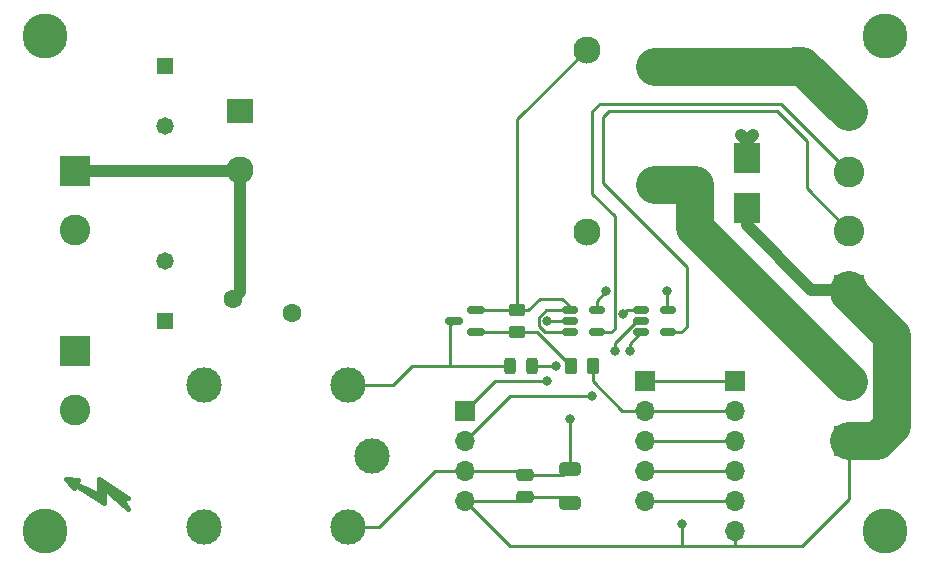
<source format=gbr>
G04 #@! TF.GenerationSoftware,KiCad,Pcbnew,5.99.0-unknown-9aa9857685~131~ubuntu21.04.1*
G04 #@! TF.CreationDate,2021-08-15T16:35:43-05:00*
G04 #@! TF.ProjectId,LED_Pro,4c45445f-5072-46f2-9e6b-696361645f70,rev?*
G04 #@! TF.SameCoordinates,Original*
G04 #@! TF.FileFunction,Copper,L1,Top*
G04 #@! TF.FilePolarity,Positive*
%FSLAX46Y46*%
G04 Gerber Fmt 4.6, Leading zero omitted, Abs format (unit mm)*
G04 Created by KiCad (PCBNEW 5.99.0-unknown-9aa9857685~131~ubuntu21.04.1) date 2021-08-15 16:35:43*
%MOMM*%
%LPD*%
G01*
G04 APERTURE LIST*
G04 Aperture macros list*
%AMRoundRect*
0 Rectangle with rounded corners*
0 $1 Rounding radius*
0 $2 $3 $4 $5 $6 $7 $8 $9 X,Y pos of 4 corners*
0 Add a 4 corners polygon primitive as box body*
4,1,4,$2,$3,$4,$5,$6,$7,$8,$9,$2,$3,0*
0 Add four circle primitives for the rounded corners*
1,1,$1+$1,$2,$3*
1,1,$1+$1,$4,$5*
1,1,$1+$1,$6,$7*
1,1,$1+$1,$8,$9*
0 Add four rect primitives between the rounded corners*
20,1,$1+$1,$2,$3,$4,$5,0*
20,1,$1+$1,$4,$5,$6,$7,0*
20,1,$1+$1,$6,$7,$8,$9,0*
20,1,$1+$1,$8,$9,$2,$3,0*%
G04 Aperture macros list end*
G04 #@! TA.AperFunction,EtchedComponent*
%ADD10C,0.381000*%
G04 #@! TD*
G04 #@! TA.AperFunction,ComponentPad*
%ADD11C,3.800000*%
G04 #@! TD*
G04 #@! TA.AperFunction,ComponentPad*
%ADD12C,3.000000*%
G04 #@! TD*
G04 #@! TA.AperFunction,SMDPad,CuDef*
%ADD13R,2.300000X2.500000*%
G04 #@! TD*
G04 #@! TA.AperFunction,ComponentPad*
%ADD14R,2.300000X2.000000*%
G04 #@! TD*
G04 #@! TA.AperFunction,ComponentPad*
%ADD15C,2.300000*%
G04 #@! TD*
G04 #@! TA.AperFunction,ComponentPad*
%ADD16C,2.780000*%
G04 #@! TD*
G04 #@! TA.AperFunction,ComponentPad*
%ADD17R,2.600000X2.600000*%
G04 #@! TD*
G04 #@! TA.AperFunction,ComponentPad*
%ADD18C,2.600000*%
G04 #@! TD*
G04 #@! TA.AperFunction,ComponentPad*
%ADD19R,1.700000X1.700000*%
G04 #@! TD*
G04 #@! TA.AperFunction,ComponentPad*
%ADD20O,1.700000X1.700000*%
G04 #@! TD*
G04 #@! TA.AperFunction,SMDPad,CuDef*
%ADD21RoundRect,0.150000X-0.512500X-0.150000X0.512500X-0.150000X0.512500X0.150000X-0.512500X0.150000X0*%
G04 #@! TD*
G04 #@! TA.AperFunction,SMDPad,CuDef*
%ADD22RoundRect,0.150000X0.587500X0.150000X-0.587500X0.150000X-0.587500X-0.150000X0.587500X-0.150000X0*%
G04 #@! TD*
G04 #@! TA.AperFunction,SMDPad,CuDef*
%ADD23RoundRect,0.250000X0.450000X-0.262500X0.450000X0.262500X-0.450000X0.262500X-0.450000X-0.262500X0*%
G04 #@! TD*
G04 #@! TA.AperFunction,SMDPad,CuDef*
%ADD24RoundRect,0.250000X0.262500X0.450000X-0.262500X0.450000X-0.262500X-0.450000X0.262500X-0.450000X0*%
G04 #@! TD*
G04 #@! TA.AperFunction,SMDPad,CuDef*
%ADD25RoundRect,0.250000X-0.475000X0.250000X-0.475000X-0.250000X0.475000X-0.250000X0.475000X0.250000X0*%
G04 #@! TD*
G04 #@! TA.AperFunction,ComponentPad*
%ADD26C,1.600000*%
G04 #@! TD*
G04 #@! TA.AperFunction,ComponentPad*
%ADD27R,1.473200X1.473200*%
G04 #@! TD*
G04 #@! TA.AperFunction,ComponentPad*
%ADD28C,1.473200*%
G04 #@! TD*
G04 #@! TA.AperFunction,SMDPad,CuDef*
%ADD29RoundRect,0.243750X0.243750X0.456250X-0.243750X0.456250X-0.243750X-0.456250X0.243750X-0.456250X0*%
G04 #@! TD*
G04 #@! TA.AperFunction,SMDPad,CuDef*
%ADD30RoundRect,0.250000X-0.650000X0.325000X-0.650000X-0.325000X0.650000X-0.325000X0.650000X0.325000X0*%
G04 #@! TD*
G04 #@! TA.AperFunction,ViaPad*
%ADD31C,0.800000*%
G04 #@! TD*
G04 #@! TA.AperFunction,Conductor*
%ADD32C,1.016000*%
G04 #@! TD*
G04 #@! TA.AperFunction,Conductor*
%ADD33C,0.254000*%
G04 #@! TD*
G04 #@! TA.AperFunction,Conductor*
%ADD34C,3.175000*%
G04 #@! TD*
G04 #@! TA.AperFunction,Conductor*
%ADD35C,0.508000*%
G04 #@! TD*
G04 APERTURE END LIST*
D10*
X90487500Y-105283000D02*
X88582500Y-103886000D01*
X88582500Y-103886000D02*
X88582500Y-105156000D01*
X86677500Y-103632000D02*
X85661500Y-103505000D01*
X85661500Y-103505000D02*
X86296500Y-104267000D01*
X86296500Y-104267000D02*
X86042500Y-103759000D01*
X86042500Y-103759000D02*
X88836500Y-105537000D01*
X88836500Y-105537000D02*
X88836500Y-104267000D01*
X88836500Y-104267000D02*
X90868500Y-106045000D01*
X90868500Y-106045000D02*
X90360500Y-105283000D01*
X90360500Y-105283000D02*
X90868500Y-105156000D01*
X90741500Y-105029000D02*
X88455500Y-103505000D01*
X88455500Y-103505000D02*
X88455500Y-104902000D01*
X88455500Y-104902000D02*
X86169500Y-103759000D01*
X86169500Y-103759000D02*
X86677500Y-103632000D01*
D11*
X83820000Y-107950000D03*
D12*
X111497500Y-101600000D03*
X97297500Y-107600000D03*
X97297500Y-95600000D03*
X109497500Y-95600000D03*
X109497500Y-107600000D03*
D13*
X143256000Y-80636000D03*
X143256000Y-76336000D03*
D14*
X100330000Y-72390000D03*
D15*
X100330000Y-77390000D03*
X129730000Y-67190000D03*
X129730000Y-82590000D03*
D16*
X135460000Y-68700000D03*
X138860000Y-68700000D03*
X135460000Y-78620000D03*
X138860000Y-78620000D03*
D17*
X86360000Y-77470000D03*
D18*
X86360000Y-82470000D03*
D17*
X86360000Y-92710000D03*
D18*
X86360000Y-97710000D03*
D17*
X151900000Y-100290000D03*
D18*
X151900000Y-95290000D03*
D17*
X151900000Y-87510000D03*
D18*
X151900000Y-82510000D03*
X151900000Y-77510000D03*
X151900000Y-72510000D03*
D19*
X142240000Y-95250000D03*
D20*
X142240000Y-97790000D03*
X142240000Y-100330000D03*
X142240000Y-102870000D03*
X142240000Y-105410000D03*
X142240000Y-107950000D03*
D19*
X119380000Y-97795000D03*
D20*
X119380000Y-100335000D03*
X119380000Y-102875000D03*
X119380000Y-105415000D03*
D19*
X134620000Y-95255000D03*
D20*
X134620000Y-97795000D03*
X134620000Y-100335000D03*
X134620000Y-102875000D03*
X134620000Y-105415000D03*
D21*
X128270000Y-89220000D03*
X128270000Y-90170000D03*
X128270000Y-91120000D03*
X130545000Y-91120000D03*
X130545000Y-89220000D03*
X134337500Y-89220000D03*
X134337500Y-90170000D03*
X134337500Y-91120000D03*
X136612500Y-91120000D03*
X136612500Y-89220000D03*
D22*
X120317500Y-91120000D03*
X120317500Y-89220000D03*
X118442500Y-90170000D03*
D23*
X123825000Y-91082500D03*
X123825000Y-89257500D03*
D24*
X130207500Y-93980000D03*
X128382500Y-93980000D03*
D25*
X124460000Y-103190000D03*
X124460000Y-105090000D03*
D26*
X104735000Y-89525000D03*
X99735000Y-88275000D03*
D27*
X93980000Y-68580000D03*
D28*
X93980000Y-73660000D03*
D27*
X93980000Y-90170000D03*
D28*
X93980000Y-85090000D03*
D29*
X125065000Y-93980000D03*
X123190000Y-93980000D03*
D11*
X154940000Y-107950000D03*
X83820000Y-66040000D03*
D30*
X128270000Y-102665000D03*
X128270000Y-105615000D03*
D11*
X154940000Y-66040000D03*
D31*
X142748000Y-74422000D03*
X143764000Y-74422000D03*
X127091500Y-93980000D03*
X126365000Y-95250000D03*
X126365000Y-90170000D03*
X132080000Y-92710000D03*
X130175000Y-96520000D03*
X131353500Y-87630000D03*
X137795000Y-107315000D03*
X133350000Y-92710000D03*
X132806500Y-89535000D03*
X128270000Y-98425000D03*
X136525000Y-87630000D03*
D32*
X100330000Y-77390000D02*
X100330000Y-87680000D01*
X100330000Y-87680000D02*
X99735000Y-88275000D01*
X143256000Y-74930000D02*
X142748000Y-74422000D01*
X143256000Y-74930000D02*
X143764000Y-74422000D01*
X143256000Y-76336000D02*
X143256000Y-74930000D01*
D33*
X138176000Y-85598000D02*
X138176000Y-90678000D01*
X137734000Y-91120000D02*
X136612500Y-91120000D01*
X131064000Y-78486000D02*
X138176000Y-85598000D01*
X138176000Y-90678000D02*
X137734000Y-91120000D01*
X148336000Y-78946000D02*
X151900000Y-82510000D01*
X131064000Y-78486000D02*
X131064000Y-72898000D01*
X131572000Y-72390000D02*
X145796000Y-72390000D01*
X145796000Y-72390000D02*
X148336000Y-74930000D01*
X148336000Y-74930000D02*
X148336000Y-78946000D01*
X131064000Y-72898000D02*
X131572000Y-72390000D01*
D32*
X143256000Y-80636000D02*
X143256000Y-82042000D01*
X143256000Y-82042000D02*
X148724000Y-87510000D01*
X148724000Y-87510000D02*
X151900000Y-87510000D01*
D33*
X130545000Y-91120000D02*
X131765000Y-91120000D01*
X131765000Y-91120000D02*
X132080000Y-90805000D01*
X130810000Y-71755000D02*
X146145000Y-71755000D01*
X132080000Y-90805000D02*
X132080000Y-81280000D01*
X146145000Y-71755000D02*
X151900000Y-77510000D01*
X132080000Y-81280000D02*
X130175000Y-79375000D01*
X130175000Y-79375000D02*
X130175000Y-72390000D01*
X130175000Y-72390000D02*
X130810000Y-71755000D01*
X125065000Y-93980000D02*
X127091500Y-93980000D01*
X126365000Y-95250000D02*
X121925000Y-95250000D01*
X128270000Y-90170000D02*
X126365000Y-90170000D01*
X121925000Y-95250000D02*
X119380000Y-97795000D01*
X119380000Y-100335000D02*
X123195000Y-96520000D01*
X123195000Y-96520000D02*
X130175000Y-96520000D01*
X132080000Y-92710000D02*
X132080000Y-92036942D01*
X132080000Y-92036942D02*
X133946942Y-90170000D01*
X133946942Y-90170000D02*
X134337500Y-90170000D01*
X129730000Y-67190000D02*
X123825000Y-73095000D01*
X123825000Y-73095000D02*
X123825000Y-89257500D01*
X130545000Y-89220000D02*
X130545000Y-88438500D01*
X130545000Y-88438500D02*
X131353500Y-87630000D01*
X119380000Y-102875000D02*
X124145000Y-102875000D01*
D34*
X147970000Y-68580000D02*
X147320000Y-68580000D01*
X135460003Y-68699990D02*
X138859997Y-68699990D01*
X147200000Y-68700000D02*
X138860000Y-68700000D01*
X151900000Y-72510000D02*
X147970000Y-68580000D01*
X147320000Y-68580000D02*
X147200000Y-68700000D01*
X135460003Y-78620010D02*
X138859997Y-78620010D01*
X138860000Y-78620000D02*
X138860000Y-82250000D01*
X138860000Y-82250000D02*
X151900000Y-95290000D01*
D35*
X100250000Y-77470000D02*
X100330000Y-77390000D01*
D32*
X86360000Y-77470000D02*
X100249990Y-77470000D01*
D33*
X134337500Y-89220000D02*
X133121500Y-89220000D01*
X133350000Y-92107500D02*
X134337500Y-91120000D01*
X137795000Y-107315000D02*
X137795000Y-109220000D01*
X151900000Y-105275000D02*
X151900000Y-100290000D01*
D34*
X155575000Y-99060000D02*
X154305000Y-100330000D01*
X151900000Y-87765000D02*
X155575000Y-91440000D01*
D33*
X124460000Y-105090000D02*
X127745000Y-105090000D01*
X119380000Y-105415000D02*
X124135000Y-105415000D01*
X133121500Y-89220000D02*
X132806500Y-89535000D01*
X123185000Y-109220000D02*
X142240000Y-109220000D01*
X124135000Y-105415000D02*
X124460000Y-105090000D01*
X125638489Y-89869068D02*
X125638489Y-90594615D01*
X133350000Y-92710000D02*
X133350000Y-92107500D01*
D34*
X151900000Y-87510000D02*
X151900000Y-87765000D01*
X155575000Y-91440000D02*
X155575000Y-99060000D01*
D33*
X125638489Y-90594615D02*
X126163874Y-91120000D01*
X126163874Y-91120000D02*
X128270000Y-91120000D01*
X119380000Y-105415000D02*
X123185000Y-109220000D01*
X123787500Y-89220000D02*
X123825000Y-89257500D01*
D34*
X154305000Y-100330000D02*
X151940000Y-100330000D01*
D33*
X142240000Y-109220000D02*
X147955000Y-109220000D01*
X147955000Y-109220000D02*
X151900000Y-105275000D01*
D34*
X151940000Y-100330000D02*
X151900000Y-100290000D01*
D33*
X128270000Y-89220000D02*
X126287557Y-89220000D01*
X128270000Y-88900000D02*
X128270000Y-89220000D01*
X127635000Y-88265000D02*
X128270000Y-88900000D01*
X126287557Y-89220000D02*
X125638489Y-89869068D01*
X142240000Y-107950000D02*
X142240000Y-109220000D01*
X120317500Y-89220000D02*
X123787500Y-89220000D01*
X123825000Y-89257500D02*
X124737500Y-89257500D01*
X124737500Y-89257500D02*
X125730000Y-88265000D01*
X125730000Y-88265000D02*
X127635000Y-88265000D01*
X127745000Y-105090000D02*
X128270000Y-105615000D01*
X129730000Y-82590000D02*
X129730000Y-83375000D01*
X124460000Y-103190000D02*
X127745000Y-103190000D01*
X136525000Y-89132500D02*
X136612500Y-89220000D01*
X124145000Y-102875000D02*
X124460000Y-103190000D01*
X116845000Y-102875000D02*
X119380000Y-102875000D01*
X119695000Y-103190000D02*
X119380000Y-102875000D01*
X112110000Y-107600000D02*
X116840000Y-102870000D01*
X128270000Y-98425000D02*
X128270000Y-102665000D01*
X136525000Y-87630000D02*
X136525000Y-89132500D01*
X109497500Y-107600000D02*
X112110000Y-107600000D01*
X116840000Y-102870000D02*
X116845000Y-102875000D01*
X127745000Y-103190000D02*
X128270000Y-102665000D01*
X142235000Y-95255000D02*
X142240000Y-95250000D01*
X134620000Y-95255000D02*
X142235000Y-95255000D01*
X134620000Y-97795000D02*
X142235000Y-97795000D01*
X130207500Y-93980000D02*
X130207500Y-95282500D01*
X142235000Y-97795000D02*
X142240000Y-97790000D01*
X130207500Y-95282500D02*
X132720000Y-97795000D01*
X132720000Y-97795000D02*
X134620000Y-97795000D01*
X142235000Y-100335000D02*
X142240000Y-100330000D01*
X134620000Y-100335000D02*
X142235000Y-100335000D01*
X142235000Y-102875000D02*
X142240000Y-102870000D01*
X134620000Y-102875000D02*
X142235000Y-102875000D01*
X142235000Y-105415000D02*
X142240000Y-105410000D01*
X134620000Y-105415000D02*
X142235000Y-105415000D01*
X133675001Y-90170000D02*
X134337500Y-90170000D01*
X128257500Y-93980000D02*
X128382500Y-93980000D01*
X120317500Y-91120000D02*
X123787500Y-91120000D01*
X123825000Y-91082500D02*
X125485000Y-91082500D01*
X125485000Y-91082500D02*
X128382500Y-93980000D01*
X123787500Y-91120000D02*
X123825000Y-91082500D01*
X123190000Y-93980000D02*
X118110000Y-93980000D01*
X118442500Y-90170000D02*
X118110000Y-90502500D01*
X114935000Y-93980000D02*
X118110000Y-93980000D01*
X118110000Y-90502500D02*
X118110000Y-93980000D01*
X113315000Y-95600000D02*
X114935000Y-93980000D01*
X109497500Y-95600000D02*
X113315000Y-95600000D01*
M02*

</source>
